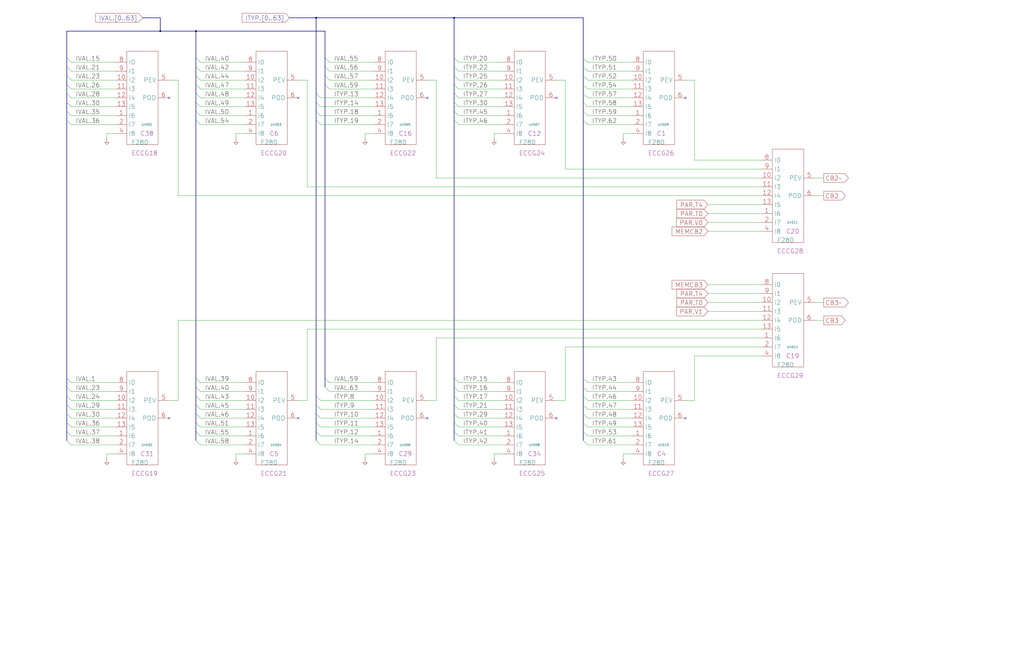
<source format=kicad_sch>
(kicad_sch (version 20220126) (generator eeschema)
  (paper "User" 584.2 378.46)
  (title_block (title "ERROR CHECKING & CORRECTION\\nCHECK BITS 2 & 3") (date "22-SEP-90") (rev "2.0") (comment 1 "IOC") (comment 2 "232-003061") (comment 3 "S400") (comment 4 "RELEASED"))
  (lib_symbols
    (symbol "r1000:F280" (pin_names (offset 1.016))
      (property "Reference" "U" (at 2.54 5.08 0))
      (property "Value" "F280" (at -6.35 -5.08 0))
      (property "Location" "___" (at -1.27 0 0))
      (property "Name" "______" (at 1.27 -12.7 0))
      (symbol "F280_1_1"
        (rectangle (start -8.89 46.99) (end 8.89 -6.35))
        (pin input line (at -15.24 10.16 0) (length 6.35) (name "I6") (number "1"))
        (pin input line (at -15.24 30.48 0) (length 6.35) (name "I2") (number "10"))
        (pin input line (at -15.24 25.4 0) (length 6.35) (name "I3") (number "11"))
        (pin input line (at -15.24 20.32 0) (length 6.35) (name "I4") (number "12"))
        (pin input line (at -15.24 15.24 0) (length 6.35) (name "I5") (number "13"))
        (pin input line (at -15.24 5.08 0) (length 6.35) (name "I7") (number "2"))
        (pin input line (at -15.24 0 0) (length 6.35) (name "I8") (number "4"))
        (pin output line (at 15.24 30.48 180) (length 6.35) (name "PEV") (number "5"))
        (pin output line (at 15.24 20.32 180) (length 6.35) (name "POD") (number "6"))
        (pin input line (at -15.24 40.64 0) (length 6.35) (name "I0") (number "8"))
        (pin input line (at -15.24 35.56 0) (length 6.35) (name "I1") (number "9"))
      )
    )
    (symbol "r1000:PD" (power) (pin_numbers hide) (pin_names hide) (in_bom no)
      (symbol "PD_0_1"
        (polyline (pts (xy 0 -2.54) (xy 1.27 -2.54) (xy 0 -3.81) (xy -1.27 -2.54) (xy 0 -2.54)) (stroke (width 0.1524)))
      )
      (symbol "PD_1_1"
        (pin power_in line (at 0 0 270) (length 2.54) (name "PD") (number "1"))
      )
    )
  )
  (bus (pts (xy 111.76 17.78) (xy 111.76 33.02)))
  (bus (pts (xy 111.76 17.78) (xy 185.42 17.78)))
  (bus (pts (xy 111.76 215.9) (xy 111.76 220.98)))
  (bus (pts (xy 111.76 220.98) (xy 111.76 226.06)))
  (bus (pts (xy 111.76 226.06) (xy 111.76 231.14)))
  (bus (pts (xy 111.76 231.14) (xy 111.76 236.22)))
  (bus (pts (xy 111.76 236.22) (xy 111.76 241.3)))
  (bus (pts (xy 111.76 241.3) (xy 111.76 246.38)))
  (bus (pts (xy 111.76 246.38) (xy 111.76 251.46)))
  (bus (pts (xy 111.76 33.02) (xy 111.76 38.1)))
  (bus (pts (xy 111.76 38.1) (xy 111.76 43.18)))
  (bus (pts (xy 111.76 43.18) (xy 111.76 48.26)))
  (bus (pts (xy 111.76 48.26) (xy 111.76 53.34)))
  (bus (pts (xy 111.76 53.34) (xy 111.76 58.42)))
  (bus (pts (xy 111.76 58.42) (xy 111.76 63.5)))
  (bus (pts (xy 111.76 63.5) (xy 111.76 68.58)))
  (bus (pts (xy 111.76 68.58) (xy 111.76 215.9)))
  (bus (pts (xy 165.1 10.16) (xy 180.34 10.16)))
  (bus (pts (xy 180.34 10.16) (xy 180.34 53.34)))
  (bus (pts (xy 180.34 10.16) (xy 259.08 10.16)))
  (bus (pts (xy 180.34 226.06) (xy 180.34 231.14)))
  (bus (pts (xy 180.34 231.14) (xy 180.34 236.22)))
  (bus (pts (xy 180.34 236.22) (xy 180.34 241.3)))
  (bus (pts (xy 180.34 241.3) (xy 180.34 246.38)))
  (bus (pts (xy 180.34 246.38) (xy 180.34 251.46)))
  (bus (pts (xy 180.34 53.34) (xy 180.34 58.42)))
  (bus (pts (xy 180.34 58.42) (xy 180.34 63.5)))
  (bus (pts (xy 180.34 63.5) (xy 180.34 68.58)))
  (bus (pts (xy 180.34 68.58) (xy 180.34 226.06)))
  (bus (pts (xy 185.42 17.78) (xy 185.42 33.02)))
  (bus (pts (xy 185.42 215.9) (xy 185.42 220.98)))
  (bus (pts (xy 185.42 33.02) (xy 185.42 38.1)))
  (bus (pts (xy 185.42 38.1) (xy 185.42 43.18)))
  (bus (pts (xy 185.42 43.18) (xy 185.42 48.26)))
  (bus (pts (xy 185.42 48.26) (xy 185.42 215.9)))
  (bus (pts (xy 259.08 10.16) (xy 259.08 33.02)))
  (bus (pts (xy 259.08 10.16) (xy 332.74 10.16)))
  (bus (pts (xy 259.08 215.9) (xy 259.08 220.98)))
  (bus (pts (xy 259.08 220.98) (xy 259.08 226.06)))
  (bus (pts (xy 259.08 226.06) (xy 259.08 231.14)))
  (bus (pts (xy 259.08 231.14) (xy 259.08 236.22)))
  (bus (pts (xy 259.08 236.22) (xy 259.08 241.3)))
  (bus (pts (xy 259.08 241.3) (xy 259.08 246.38)))
  (bus (pts (xy 259.08 246.38) (xy 259.08 251.46)))
  (bus (pts (xy 259.08 33.02) (xy 259.08 38.1)))
  (bus (pts (xy 259.08 38.1) (xy 259.08 43.18)))
  (bus (pts (xy 259.08 43.18) (xy 259.08 48.26)))
  (bus (pts (xy 259.08 48.26) (xy 259.08 53.34)))
  (bus (pts (xy 259.08 53.34) (xy 259.08 58.42)))
  (bus (pts (xy 259.08 58.42) (xy 259.08 63.5)))
  (bus (pts (xy 259.08 63.5) (xy 259.08 68.58)))
  (bus (pts (xy 259.08 68.58) (xy 259.08 215.9)))
  (bus (pts (xy 332.74 10.16) (xy 332.74 33.02)))
  (bus (pts (xy 332.74 215.9) (xy 332.74 220.98)))
  (bus (pts (xy 332.74 220.98) (xy 332.74 226.06)))
  (bus (pts (xy 332.74 226.06) (xy 332.74 231.14)))
  (bus (pts (xy 332.74 231.14) (xy 332.74 236.22)))
  (bus (pts (xy 332.74 236.22) (xy 332.74 241.3)))
  (bus (pts (xy 332.74 241.3) (xy 332.74 246.38)))
  (bus (pts (xy 332.74 246.38) (xy 332.74 251.46)))
  (bus (pts (xy 332.74 33.02) (xy 332.74 38.1)))
  (bus (pts (xy 332.74 38.1) (xy 332.74 43.18)))
  (bus (pts (xy 332.74 43.18) (xy 332.74 48.26)))
  (bus (pts (xy 332.74 48.26) (xy 332.74 53.34)))
  (bus (pts (xy 332.74 53.34) (xy 332.74 58.42)))
  (bus (pts (xy 332.74 58.42) (xy 332.74 63.5)))
  (bus (pts (xy 332.74 63.5) (xy 332.74 68.58)))
  (bus (pts (xy 332.74 68.58) (xy 332.74 215.9)))
  (bus (pts (xy 38.1 17.78) (xy 38.1 33.02)))
  (bus (pts (xy 38.1 17.78) (xy 91.44 17.78)))
  (bus (pts (xy 38.1 215.9) (xy 38.1 220.98)))
  (bus (pts (xy 38.1 220.98) (xy 38.1 226.06)))
  (bus (pts (xy 38.1 226.06) (xy 38.1 231.14)))
  (bus (pts (xy 38.1 231.14) (xy 38.1 236.22)))
  (bus (pts (xy 38.1 236.22) (xy 38.1 241.3)))
  (bus (pts (xy 38.1 241.3) (xy 38.1 246.38)))
  (bus (pts (xy 38.1 246.38) (xy 38.1 251.46)))
  (bus (pts (xy 38.1 33.02) (xy 38.1 38.1)))
  (bus (pts (xy 38.1 38.1) (xy 38.1 43.18)))
  (bus (pts (xy 38.1 43.18) (xy 38.1 48.26)))
  (bus (pts (xy 38.1 48.26) (xy 38.1 53.34)))
  (bus (pts (xy 38.1 53.34) (xy 38.1 58.42)))
  (bus (pts (xy 38.1 58.42) (xy 38.1 63.5)))
  (bus (pts (xy 38.1 63.5) (xy 38.1 68.58)))
  (bus (pts (xy 38.1 68.58) (xy 38.1 215.9)))
  (bus (pts (xy 81.28 10.16) (xy 91.44 10.16)))
  (bus (pts (xy 91.44 10.16) (xy 91.44 17.78)))
  (bus (pts (xy 91.44 17.78) (xy 111.76 17.78)))
  (wire (pts (xy 101.6 111.76) (xy 434.34 111.76)))
  (wire (pts (xy 101.6 182.88) (xy 101.6 228.6)))
  (wire (pts (xy 101.6 228.6) (xy 96.52 228.6)))
  (wire (pts (xy 101.6 45.72) (xy 101.6 111.76)))
  (wire (pts (xy 114.3 218.44) (xy 139.7 218.44)))
  (wire (pts (xy 114.3 223.52) (xy 139.7 223.52)))
  (wire (pts (xy 114.3 228.6) (xy 139.7 228.6)))
  (wire (pts (xy 114.3 233.68) (xy 139.7 233.68)))
  (wire (pts (xy 114.3 238.76) (xy 139.7 238.76)))
  (wire (pts (xy 114.3 243.84) (xy 139.7 243.84)))
  (wire (pts (xy 114.3 248.92) (xy 139.7 248.92)))
  (wire (pts (xy 114.3 254) (xy 139.7 254)))
  (wire (pts (xy 114.3 35.56) (xy 139.7 35.56)))
  (wire (pts (xy 114.3 40.64) (xy 139.7 40.64)))
  (wire (pts (xy 114.3 45.72) (xy 139.7 45.72)))
  (wire (pts (xy 114.3 50.8) (xy 139.7 50.8)))
  (wire (pts (xy 114.3 55.88) (xy 139.7 55.88)))
  (wire (pts (xy 114.3 60.96) (xy 139.7 60.96)))
  (wire (pts (xy 114.3 66.04) (xy 139.7 66.04)))
  (wire (pts (xy 114.3 71.12) (xy 139.7 71.12)))
  (wire (pts (xy 134.62 259.08) (xy 134.62 261.62)))
  (wire (pts (xy 134.62 76.2) (xy 134.62 78.74)))
  (wire (pts (xy 139.7 259.08) (xy 134.62 259.08)))
  (wire (pts (xy 139.7 76.2) (xy 134.62 76.2)))
  (wire (pts (xy 175.26 106.68) (xy 175.26 45.72)))
  (wire (pts (xy 175.26 187.96) (xy 175.26 228.6)))
  (wire (pts (xy 175.26 228.6) (xy 170.18 228.6)))
  (wire (pts (xy 175.26 45.72) (xy 170.18 45.72)))
  (wire (pts (xy 182.88 228.6) (xy 213.36 228.6)))
  (wire (pts (xy 182.88 233.68) (xy 213.36 233.68)))
  (wire (pts (xy 182.88 238.76) (xy 213.36 238.76)))
  (wire (pts (xy 182.88 243.84) (xy 213.36 243.84)))
  (wire (pts (xy 182.88 248.92) (xy 213.36 248.92)))
  (wire (pts (xy 182.88 254) (xy 213.36 254)))
  (wire (pts (xy 182.88 55.88) (xy 213.36 55.88)))
  (wire (pts (xy 182.88 60.96) (xy 213.36 60.96)))
  (wire (pts (xy 182.88 66.04) (xy 213.36 66.04)))
  (wire (pts (xy 182.88 71.12) (xy 213.36 71.12)))
  (wire (pts (xy 187.96 218.44) (xy 213.36 218.44)))
  (wire (pts (xy 187.96 223.52) (xy 213.36 223.52)))
  (wire (pts (xy 187.96 35.56) (xy 213.36 35.56)))
  (wire (pts (xy 187.96 40.64) (xy 213.36 40.64)))
  (wire (pts (xy 187.96 45.72) (xy 213.36 45.72)))
  (wire (pts (xy 187.96 50.8) (xy 213.36 50.8)))
  (wire (pts (xy 208.28 259.08) (xy 208.28 261.62)))
  (wire (pts (xy 208.28 76.2) (xy 208.28 78.74)))
  (wire (pts (xy 213.36 259.08) (xy 208.28 259.08)))
  (wire (pts (xy 213.36 76.2) (xy 208.28 76.2)))
  (wire (pts (xy 243.84 228.6) (xy 248.92 228.6)))
  (wire (pts (xy 243.84 45.72) (xy 248.92 45.72)))
  (wire (pts (xy 248.92 101.6) (xy 434.34 101.6)))
  (wire (pts (xy 248.92 193.04) (xy 434.34 193.04)))
  (wire (pts (xy 248.92 228.6) (xy 248.92 193.04)))
  (wire (pts (xy 248.92 45.72) (xy 248.92 101.6)))
  (wire (pts (xy 261.62 218.44) (xy 287.02 218.44)))
  (wire (pts (xy 261.62 223.52) (xy 287.02 223.52)))
  (wire (pts (xy 261.62 228.6) (xy 287.02 228.6)))
  (wire (pts (xy 261.62 233.68) (xy 287.02 233.68)))
  (wire (pts (xy 261.62 238.76) (xy 287.02 238.76)))
  (wire (pts (xy 261.62 243.84) (xy 287.02 243.84)))
  (wire (pts (xy 261.62 248.92) (xy 287.02 248.92)))
  (wire (pts (xy 261.62 254) (xy 287.02 254)))
  (wire (pts (xy 261.62 35.56) (xy 287.02 35.56)))
  (wire (pts (xy 261.62 40.64) (xy 287.02 40.64)))
  (wire (pts (xy 261.62 45.72) (xy 287.02 45.72)))
  (wire (pts (xy 261.62 50.8) (xy 287.02 50.8)))
  (wire (pts (xy 261.62 55.88) (xy 287.02 55.88)))
  (wire (pts (xy 261.62 60.96) (xy 287.02 60.96)))
  (wire (pts (xy 261.62 66.04) (xy 287.02 66.04)))
  (wire (pts (xy 261.62 71.12) (xy 287.02 71.12)))
  (wire (pts (xy 281.94 259.08) (xy 281.94 261.62)))
  (wire (pts (xy 281.94 76.2) (xy 281.94 78.74)))
  (wire (pts (xy 287.02 259.08) (xy 281.94 259.08)))
  (wire (pts (xy 287.02 76.2) (xy 281.94 76.2)))
  (wire (pts (xy 322.58 198.12) (xy 322.58 228.6)))
  (wire (pts (xy 322.58 228.6) (xy 317.5 228.6)))
  (wire (pts (xy 322.58 45.72) (xy 317.5 45.72)))
  (wire (pts (xy 322.58 96.52) (xy 322.58 45.72)))
  (wire (pts (xy 335.28 218.44) (xy 360.68 218.44)))
  (wire (pts (xy 335.28 223.52) (xy 360.68 223.52)))
  (wire (pts (xy 335.28 228.6) (xy 360.68 228.6)))
  (wire (pts (xy 335.28 233.68) (xy 360.68 233.68)))
  (wire (pts (xy 335.28 238.76) (xy 360.68 238.76)))
  (wire (pts (xy 335.28 243.84) (xy 360.68 243.84)))
  (wire (pts (xy 335.28 248.92) (xy 360.68 248.92)))
  (wire (pts (xy 335.28 254) (xy 360.68 254)))
  (wire (pts (xy 335.28 35.56) (xy 360.68 35.56)))
  (wire (pts (xy 335.28 40.64) (xy 360.68 40.64)))
  (wire (pts (xy 335.28 45.72) (xy 360.68 45.72)))
  (wire (pts (xy 335.28 50.8) (xy 360.68 50.8)))
  (wire (pts (xy 335.28 55.88) (xy 360.68 55.88)))
  (wire (pts (xy 335.28 60.96) (xy 360.68 60.96)))
  (wire (pts (xy 335.28 66.04) (xy 360.68 66.04)))
  (wire (pts (xy 335.28 71.12) (xy 360.68 71.12)))
  (wire (pts (xy 355.6 259.08) (xy 355.6 261.62)))
  (wire (pts (xy 355.6 76.2) (xy 355.6 78.74)))
  (wire (pts (xy 360.68 259.08) (xy 355.6 259.08)))
  (wire (pts (xy 360.68 76.2) (xy 355.6 76.2)))
  (wire (pts (xy 391.16 45.72) (xy 396.24 45.72)))
  (wire (pts (xy 396.24 203.2) (xy 396.24 228.6)))
  (wire (pts (xy 396.24 228.6) (xy 391.16 228.6)))
  (wire (pts (xy 396.24 45.72) (xy 396.24 91.44)))
  (wire (pts (xy 396.24 91.44) (xy 434.34 91.44)))
  (wire (pts (xy 40.64 218.44) (xy 66.04 218.44)))
  (wire (pts (xy 40.64 223.52) (xy 66.04 223.52)))
  (wire (pts (xy 40.64 228.6) (xy 66.04 228.6)))
  (wire (pts (xy 40.64 233.68) (xy 66.04 233.68)))
  (wire (pts (xy 40.64 238.76) (xy 66.04 238.76)))
  (wire (pts (xy 40.64 243.84) (xy 66.04 243.84)))
  (wire (pts (xy 40.64 248.92) (xy 66.04 248.92)))
  (wire (pts (xy 40.64 254) (xy 66.04 254)))
  (wire (pts (xy 40.64 35.56) (xy 66.04 35.56)))
  (wire (pts (xy 40.64 40.64) (xy 66.04 40.64)))
  (wire (pts (xy 40.64 45.72) (xy 66.04 45.72)))
  (wire (pts (xy 40.64 50.8) (xy 66.04 50.8)))
  (wire (pts (xy 40.64 55.88) (xy 66.04 55.88)))
  (wire (pts (xy 40.64 60.96) (xy 66.04 60.96)))
  (wire (pts (xy 40.64 66.04) (xy 66.04 66.04)))
  (wire (pts (xy 40.64 71.12) (xy 66.04 71.12)))
  (wire (pts (xy 403.86 116.84) (xy 434.34 116.84)))
  (wire (pts (xy 403.86 121.92) (xy 434.34 121.92)))
  (wire (pts (xy 403.86 127) (xy 434.34 127)))
  (wire (pts (xy 403.86 132.08) (xy 434.34 132.08)))
  (wire (pts (xy 403.86 162.56) (xy 434.34 162.56)))
  (wire (pts (xy 403.86 167.64) (xy 434.34 167.64)))
  (wire (pts (xy 403.86 172.72) (xy 434.34 172.72)))
  (wire (pts (xy 403.86 177.8) (xy 434.34 177.8)))
  (wire (pts (xy 434.34 106.68) (xy 175.26 106.68)))
  (wire (pts (xy 434.34 182.88) (xy 101.6 182.88)))
  (wire (pts (xy 434.34 187.96) (xy 175.26 187.96)))
  (wire (pts (xy 434.34 198.12) (xy 322.58 198.12)))
  (wire (pts (xy 434.34 203.2) (xy 396.24 203.2)))
  (wire (pts (xy 434.34 96.52) (xy 322.58 96.52)))
  (wire (pts (xy 464.82 101.6) (xy 469.9 101.6)))
  (wire (pts (xy 464.82 111.76) (xy 469.9 111.76)))
  (wire (pts (xy 464.82 172.72) (xy 469.9 172.72)))
  (wire (pts (xy 464.82 182.88) (xy 469.9 182.88)))
  (wire (pts (xy 60.96 259.08) (xy 60.96 261.62)))
  (wire (pts (xy 60.96 76.2) (xy 60.96 78.74)))
  (wire (pts (xy 66.04 259.08) (xy 60.96 259.08)))
  (wire (pts (xy 66.04 76.2) (xy 60.96 76.2)))
  (wire (pts (xy 96.52 45.72) (xy 101.6 45.72)))
  (bus_entry (at 38.1 33.02) (size 2.54 2.54))
  (bus_entry (at 38.1 38.1) (size 2.54 2.54))
  (bus_entry (at 38.1 43.18) (size 2.54 2.54))
  (bus_entry (at 38.1 48.26) (size 2.54 2.54))
  (bus_entry (at 38.1 53.34) (size 2.54 2.54))
  (bus_entry (at 38.1 58.42) (size 2.54 2.54))
  (bus_entry (at 38.1 63.5) (size 2.54 2.54))
  (bus_entry (at 38.1 68.58) (size 2.54 2.54))
  (bus_entry (at 38.1 215.9) (size 2.54 2.54))
  (bus_entry (at 38.1 220.98) (size 2.54 2.54))
  (bus_entry (at 38.1 226.06) (size 2.54 2.54))
  (bus_entry (at 38.1 231.14) (size 2.54 2.54))
  (bus_entry (at 38.1 236.22) (size 2.54 2.54))
  (bus_entry (at 38.1 241.3) (size 2.54 2.54))
  (bus_entry (at 38.1 246.38) (size 2.54 2.54))
  (bus_entry (at 38.1 251.46) (size 2.54 2.54))
  (label "IVAL.15" (at 43.18 35.56 0) (effects (font (size 2.54 2.54))))
  (label "IVAL.21" (at 43.18 40.64 0) (effects (font (size 2.54 2.54))))
  (label "IVAL.23" (at 43.18 45.72 0) (effects (font (size 2.54 2.54))))
  (label "IVAL.26" (at 43.18 50.8 0) (effects (font (size 2.54 2.54))))
  (label "IVAL.28" (at 43.18 55.88 0) (effects (font (size 2.54 2.54))))
  (label "IVAL.30" (at 43.18 60.96 0) (effects (font (size 2.54 2.54))))
  (label "IVAL.35" (at 43.18 66.04 0) (effects (font (size 2.54 2.54))))
  (label "IVAL.36" (at 43.18 71.12 0) (effects (font (size 2.54 2.54))))
  (label "IVAL.1" (at 43.18 218.44 0) (effects (font (size 2.54 2.54))))
  (label "IVAL.23" (at 43.18 223.52 0) (effects (font (size 2.54 2.54))))
  (label "IVAL.24" (at 43.18 228.6 0) (effects (font (size 2.54 2.54))))
  (label "IVAL.29" (at 43.18 233.68 0) (effects (font (size 2.54 2.54))))
  (label "IVAL.30" (at 43.18 238.76 0) (effects (font (size 2.54 2.54))))
  (label "IVAL.36" (at 43.18 243.84 0) (effects (font (size 2.54 2.54))))
  (label "IVAL.37" (at 43.18 248.92 0) (effects (font (size 2.54 2.54))))
  (label "IVAL.38" (at 43.18 254 0) (effects (font (size 2.54 2.54))))
  (symbol (lib_id "r1000:PD") (at 60.96 78.74 0) (unit 1) (in_bom no)
    (property "Reference" "#PWR04501" (effects hide))
    (property "Value" "PD" (effects hide))
  )
  (symbol (lib_id "r1000:PD") (at 60.96 261.62 0) (unit 1) (in_bom no)
    (property "Reference" "#PWR04502" (effects hide))
    (property "Value" "PD" (effects hide))
  )
  (global_label "IVAL.[0..63]" (shape input) (at 81.28 10.16 180) (effects (font (size 2.54 2.54))) (property "Intersheet References" "${INTERSHEET_REFS}" (at 54.5616 10.0013 0) (effects (font (size 1.905 1.905)) (justify right))))
  (symbol (lib_id "r1000:F280") (at 81.28 76.2 0) (unit 1)
    (property "Reference" "U4501" (at 83.82 71.12 0))
    (property "Value" "F280" (at 74.93 81.28 0) (effects (font (size 2.54 2.54)) (justify left)))
    (property "Location" "C38" (at 80.01 76.2 0) (effects (font (size 2.54 2.54)) (justify left)))
    (property "Name" "ECCG18" (at 82.55 88.9 0) (effects (font (size 2.54 2.54)) (justify bottom)))
  )
  (symbol (lib_id "r1000:F280") (at 81.28 259.08 0) (unit 1)
    (property "Reference" "U4502" (at 83.82 254 0))
    (property "Value" "F280" (at 74.93 264.16 0) (effects (font (size 2.54 2.54)) (justify left)))
    (property "Location" "C31" (at 80.01 259.08 0) (effects (font (size 2.54 2.54)) (justify left)))
    (property "Name" "ECCG19" (at 82.55 271.78 0) (effects (font (size 2.54 2.54)) (justify bottom)))
  )
  (junction (at 91.44 17.78))
  (no_connect (at 96.52 55.88))
  (no_connect (at 96.52 238.76))
  (junction (at 111.76 17.78))
  (bus_entry (at 111.76 33.02) (size 2.54 2.54))
  (bus_entry (at 111.76 38.1) (size 2.54 2.54))
  (bus_entry (at 111.76 43.18) (size 2.54 2.54))
  (bus_entry (at 111.76 48.26) (size 2.54 2.54))
  (bus_entry (at 111.76 53.34) (size 2.54 2.54))
  (bus_entry (at 111.76 58.42) (size 2.54 2.54))
  (bus_entry (at 111.76 63.5) (size 2.54 2.54))
  (bus_entry (at 111.76 68.58) (size 2.54 2.54))
  (bus_entry (at 111.76 215.9) (size 2.54 2.54))
  (bus_entry (at 111.76 220.98) (size 2.54 2.54))
  (bus_entry (at 111.76 226.06) (size 2.54 2.54))
  (bus_entry (at 111.76 231.14) (size 2.54 2.54))
  (bus_entry (at 111.76 236.22) (size 2.54 2.54))
  (bus_entry (at 111.76 241.3) (size 2.54 2.54))
  (bus_entry (at 111.76 246.38) (size 2.54 2.54))
  (bus_entry (at 111.76 251.46) (size 2.54 2.54))
  (label "IVAL.40" (at 116.84 35.56 0) (effects (font (size 2.54 2.54))))
  (label "IVAL.42" (at 116.84 40.64 0) (effects (font (size 2.54 2.54))))
  (label "IVAL.44" (at 116.84 45.72 0) (effects (font (size 2.54 2.54))))
  (label "IVAL.47" (at 116.84 50.8 0) (effects (font (size 2.54 2.54))))
  (label "IVAL.48" (at 116.84 55.88 0) (effects (font (size 2.54 2.54))))
  (label "IVAL.49" (at 116.84 60.96 0) (effects (font (size 2.54 2.54))))
  (label "IVAL.50" (at 116.84 66.04 0) (effects (font (size 2.54 2.54))))
  (label "IVAL.54" (at 116.84 71.12 0) (effects (font (size 2.54 2.54))))
  (label "IVAL.39" (at 116.84 218.44 0) (effects (font (size 2.54 2.54))))
  (label "IVAL.40" (at 116.84 223.52 0) (effects (font (size 2.54 2.54))))
  (label "IVAL.43" (at 116.84 228.6 0) (effects (font (size 2.54 2.54))))
  (label "IVAL.45" (at 116.84 233.68 0) (effects (font (size 2.54 2.54))))
  (label "IVAL.46" (at 116.84 238.76 0) (effects (font (size 2.54 2.54))))
  (label "IVAL.51" (at 116.84 243.84 0) (effects (font (size 2.54 2.54))))
  (label "IVAL.55" (at 116.84 248.92 0) (effects (font (size 2.54 2.54))))
  (label "IVAL.58" (at 116.84 254 0) (effects (font (size 2.54 2.54))))
  (symbol (lib_id "r1000:PD") (at 134.62 78.74 0) (unit 1) (in_bom no)
    (property "Reference" "#PWR04503" (effects hide))
    (property "Value" "PD" (effects hide))
  )
  (symbol (lib_id "r1000:PD") (at 134.62 261.62 0) (unit 1) (in_bom no)
    (property "Reference" "#PWR04504" (effects hide))
    (property "Value" "PD" (effects hide))
  )
  (symbol (lib_id "r1000:F280") (at 154.94 76.2 0) (unit 1)
    (property "Reference" "U4503" (at 157.48 71.12 0))
    (property "Value" "F280" (at 148.59 81.28 0) (effects (font (size 2.54 2.54)) (justify left)))
    (property "Location" "C6" (at 153.67 76.2 0) (effects (font (size 2.54 2.54)) (justify left)))
    (property "Name" "ECCG20" (at 156.21 88.9 0) (effects (font (size 2.54 2.54)) (justify bottom)))
  )
  (symbol (lib_id "r1000:F280") (at 154.94 259.08 0) (unit 1)
    (property "Reference" "U4504" (at 157.48 254 0))
    (property "Value" "F280" (at 148.59 264.16 0) (effects (font (size 2.54 2.54)) (justify left)))
    (property "Location" "C5" (at 153.67 259.08 0) (effects (font (size 2.54 2.54)) (justify left)))
    (property "Name" "ECCG21" (at 156.21 271.78 0) (effects (font (size 2.54 2.54)) (justify bottom)))
  )
  (global_label "ITYP.[0..63]" (shape input) (at 165.1 10.16 180) (effects (font (size 2.54 2.54))) (property "Intersheet References" "${INTERSHEET_REFS}" (at 138.1397 10.0013 0) (effects (font (size 1.905 1.905)) (justify right))))
  (no_connect (at 170.18 55.88))
  (no_connect (at 170.18 238.76))
  (junction (at 180.34 10.16))
  (bus_entry (at 180.34 53.34) (size 2.54 2.54))
  (bus_entry (at 180.34 58.42) (size 2.54 2.54))
  (bus_entry (at 180.34 63.5) (size 2.54 2.54))
  (bus_entry (at 180.34 68.58) (size 2.54 2.54))
  (bus_entry (at 180.34 226.06) (size 2.54 2.54))
  (bus_entry (at 180.34 231.14) (size 2.54 2.54))
  (bus_entry (at 180.34 236.22) (size 2.54 2.54))
  (bus_entry (at 180.34 241.3) (size 2.54 2.54))
  (bus_entry (at 180.34 246.38) (size 2.54 2.54))
  (bus_entry (at 180.34 251.46) (size 2.54 2.54))
  (bus_entry (at 185.42 33.02) (size 2.54 2.54))
  (bus_entry (at 185.42 38.1) (size 2.54 2.54))
  (bus_entry (at 185.42 43.18) (size 2.54 2.54))
  (bus_entry (at 185.42 48.26) (size 2.54 2.54))
  (bus_entry (at 185.42 215.9) (size 2.54 2.54))
  (bus_entry (at 185.42 220.98) (size 2.54 2.54))
  (label "IVAL.55" (at 190.5 35.56 0) (effects (font (size 2.54 2.54))))
  (label "IVAL.56" (at 190.5 40.64 0) (effects (font (size 2.54 2.54))))
  (label "IVAL.57" (at 190.5 45.72 0) (effects (font (size 2.54 2.54))))
  (label "IVAL.59" (at 190.5 50.8 0) (effects (font (size 2.54 2.54))))
  (label "ITYP.13" (at 190.5 55.88 0) (effects (font (size 2.54 2.54))))
  (label "ITYP.14" (at 190.5 60.96 0) (effects (font (size 2.54 2.54))))
  (label "ITYP.18" (at 190.5 66.04 0) (effects (font (size 2.54 2.54))))
  (label "ITYP.19" (at 190.5 71.12 0) (effects (font (size 2.54 2.54))))
  (label "IVAL.59" (at 190.5 218.44 0) (effects (font (size 2.54 2.54))))
  (label "IVAL.63" (at 190.5 223.52 0) (effects (font (size 2.54 2.54))))
  (label "ITYP.8" (at 190.5 228.6 0) (effects (font (size 2.54 2.54))))
  (label "ITYP.9" (at 190.5 233.68 0) (effects (font (size 2.54 2.54))))
  (label "ITYP.10" (at 190.5 238.76 0) (effects (font (size 2.54 2.54))))
  (label "ITYP.11" (at 190.5 243.84 0) (effects (font (size 2.54 2.54))))
  (label "ITYP.12" (at 190.5 248.92 0) (effects (font (size 2.54 2.54))))
  (label "ITYP.14" (at 190.5 254 0) (effects (font (size 2.54 2.54))))
  (symbol (lib_id "r1000:PD") (at 208.28 78.74 0) (unit 1) (in_bom no)
    (property "Reference" "#PWR04505" (effects hide))
    (property "Value" "PD" (effects hide))
  )
  (symbol (lib_id "r1000:PD") (at 208.28 261.62 0) (unit 1) (in_bom no)
    (property "Reference" "#PWR04506" (effects hide))
    (property "Value" "PD" (effects hide))
  )
  (symbol (lib_id "r1000:F280") (at 228.6 76.2 0) (unit 1)
    (property "Reference" "U4505" (at 231.14 71.12 0))
    (property "Value" "F280" (at 222.25 81.28 0) (effects (font (size 2.54 2.54)) (justify left)))
    (property "Location" "C16" (at 227.33 76.2 0) (effects (font (size 2.54 2.54)) (justify left)))
    (property "Name" "ECCG22" (at 229.87 88.9 0) (effects (font (size 2.54 2.54)) (justify bottom)))
  )
  (symbol (lib_id "r1000:F280") (at 228.6 259.08 0) (unit 1)
    (property "Reference" "U4506" (at 231.14 254 0))
    (property "Value" "F280" (at 222.25 264.16 0) (effects (font (size 2.54 2.54)) (justify left)))
    (property "Location" "C29" (at 227.33 259.08 0) (effects (font (size 2.54 2.54)) (justify left)))
    (property "Name" "ECCG23" (at 229.87 271.78 0) (effects (font (size 2.54 2.54)) (justify bottom)))
  )
  (no_connect (at 243.84 55.88))
  (no_connect (at 243.84 238.76))
  (junction (at 259.08 10.16))
  (bus_entry (at 259.08 33.02) (size 2.54 2.54))
  (bus_entry (at 259.08 38.1) (size 2.54 2.54))
  (bus_entry (at 259.08 43.18) (size 2.54 2.54))
  (bus_entry (at 259.08 48.26) (size 2.54 2.54))
  (bus_entry (at 259.08 53.34) (size 2.54 2.54))
  (bus_entry (at 259.08 58.42) (size 2.54 2.54))
  (bus_entry (at 259.08 63.5) (size 2.54 2.54))
  (bus_entry (at 259.08 68.58) (size 2.54 2.54))
  (bus_entry (at 259.08 215.9) (size 2.54 2.54))
  (bus_entry (at 259.08 220.98) (size 2.54 2.54))
  (bus_entry (at 259.08 226.06) (size 2.54 2.54))
  (bus_entry (at 259.08 231.14) (size 2.54 2.54))
  (bus_entry (at 259.08 236.22) (size 2.54 2.54))
  (bus_entry (at 259.08 241.3) (size 2.54 2.54))
  (bus_entry (at 259.08 246.38) (size 2.54 2.54))
  (bus_entry (at 259.08 251.46) (size 2.54 2.54))
  (label "ITYP.20" (at 264.16 35.56 0) (effects (font (size 2.54 2.54))))
  (label "ITYP.22" (at 264.16 40.64 0) (effects (font (size 2.54 2.54))))
  (label "ITYP.25" (at 264.16 45.72 0) (effects (font (size 2.54 2.54))))
  (label "ITYP.26" (at 264.16 50.8 0) (effects (font (size 2.54 2.54))))
  (label "ITYP.27" (at 264.16 55.88 0) (effects (font (size 2.54 2.54))))
  (label "ITYP.30" (at 264.16 60.96 0) (effects (font (size 2.54 2.54))))
  (label "ITYP.45" (at 264.16 66.04 0) (effects (font (size 2.54 2.54))))
  (label "ITYP.46" (at 264.16 71.12 0) (effects (font (size 2.54 2.54))))
  (label "ITYP.15" (at 264.16 218.44 0) (effects (font (size 2.54 2.54))))
  (label "ITYP.16" (at 264.16 223.52 0) (effects (font (size 2.54 2.54))))
  (label "ITYP.17" (at 264.16 228.6 0) (effects (font (size 2.54 2.54))))
  (label "ITYP.21" (at 264.16 233.68 0) (effects (font (size 2.54 2.54))))
  (label "ITYP.29" (at 264.16 238.76 0) (effects (font (size 2.54 2.54))))
  (label "ITYP.40" (at 264.16 243.84 0) (effects (font (size 2.54 2.54))))
  (label "ITYP.41" (at 264.16 248.92 0) (effects (font (size 2.54 2.54))))
  (label "ITYP.42" (at 264.16 254 0) (effects (font (size 2.54 2.54))))
  (symbol (lib_id "r1000:PD") (at 281.94 78.74 0) (unit 1) (in_bom no)
    (property "Reference" "#PWR04507" (effects hide))
    (property "Value" "PD" (effects hide))
  )
  (symbol (lib_id "r1000:PD") (at 281.94 261.62 0) (unit 1) (in_bom no)
    (property "Reference" "#PWR04508" (effects hide))
    (property "Value" "PD" (effects hide))
  )
  (symbol (lib_id "r1000:F280") (at 302.26 76.2 0) (unit 1)
    (property "Reference" "U4507" (at 304.8 71.12 0))
    (property "Value" "F280" (at 295.91 81.28 0) (effects (font (size 2.54 2.54)) (justify left)))
    (property "Location" "C12" (at 300.99 76.2 0) (effects (font (size 2.54 2.54)) (justify left)))
    (property "Name" "ECCG24" (at 303.53 88.9 0) (effects (font (size 2.54 2.54)) (justify bottom)))
  )
  (symbol (lib_id "r1000:F280") (at 302.26 259.08 0) (unit 1)
    (property "Reference" "U4508" (at 304.8 254 0))
    (property "Value" "F280" (at 295.91 264.16 0) (effects (font (size 2.54 2.54)) (justify left)))
    (property "Location" "C34" (at 300.99 259.08 0) (effects (font (size 2.54 2.54)) (justify left)))
    (property "Name" "ECCG25" (at 303.53 271.78 0) (effects (font (size 2.54 2.54)) (justify bottom)))
  )
  (no_connect (at 317.5 55.88))
  (no_connect (at 317.5 238.76))
  (bus_entry (at 332.74 33.02) (size 2.54 2.54))
  (bus_entry (at 332.74 38.1) (size 2.54 2.54))
  (bus_entry (at 332.74 43.18) (size 2.54 2.54))
  (bus_entry (at 332.74 48.26) (size 2.54 2.54))
  (bus_entry (at 332.74 53.34) (size 2.54 2.54))
  (bus_entry (at 332.74 58.42) (size 2.54 2.54))
  (bus_entry (at 332.74 63.5) (size 2.54 2.54))
  (bus_entry (at 332.74 68.58) (size 2.54 2.54))
  (bus_entry (at 332.74 215.9) (size 2.54 2.54))
  (bus_entry (at 332.74 220.98) (size 2.54 2.54))
  (bus_entry (at 332.74 226.06) (size 2.54 2.54))
  (bus_entry (at 332.74 231.14) (size 2.54 2.54))
  (bus_entry (at 332.74 236.22) (size 2.54 2.54))
  (bus_entry (at 332.74 241.3) (size 2.54 2.54))
  (bus_entry (at 332.74 246.38) (size 2.54 2.54))
  (bus_entry (at 332.74 251.46) (size 2.54 2.54))
  (label "ITYP.50" (at 337.82 35.56 0) (effects (font (size 2.54 2.54))))
  (label "ITYP.51" (at 337.82 40.64 0) (effects (font (size 2.54 2.54))))
  (label "ITYP.52" (at 337.82 45.72 0) (effects (font (size 2.54 2.54))))
  (label "ITYP.54" (at 337.82 50.8 0) (effects (font (size 2.54 2.54))))
  (label "ITYP.57" (at 337.82 55.88 0) (effects (font (size 2.54 2.54))))
  (label "ITYP.58" (at 337.82 60.96 0) (effects (font (size 2.54 2.54))))
  (label "ITYP.59" (at 337.82 66.04 0) (effects (font (size 2.54 2.54))))
  (label "ITYP.62" (at 337.82 71.12 0) (effects (font (size 2.54 2.54))))
  (label "ITYP.43" (at 337.82 218.44 0) (effects (font (size 2.54 2.54))))
  (label "ITYP.44" (at 337.82 223.52 0) (effects (font (size 2.54 2.54))))
  (label "ITYP.46" (at 337.82 228.6 0) (effects (font (size 2.54 2.54))))
  (label "ITYP.47" (at 337.82 233.68 0) (effects (font (size 2.54 2.54))))
  (label "ITYP.48" (at 337.82 238.76 0) (effects (font (size 2.54 2.54))))
  (label "ITYP.49" (at 337.82 243.84 0) (effects (font (size 2.54 2.54))))
  (label "ITYP.53" (at 337.82 248.92 0) (effects (font (size 2.54 2.54))))
  (label "ITYP.61" (at 337.82 254 0) (effects (font (size 2.54 2.54))))
  (symbol (lib_id "r1000:PD") (at 355.6 78.74 0) (unit 1) (in_bom no)
    (property "Reference" "#PWR04509" (effects hide))
    (property "Value" "PD" (effects hide))
  )
  (symbol (lib_id "r1000:PD") (at 355.6 261.62 0) (unit 1) (in_bom no)
    (property "Reference" "#PWR04510" (effects hide))
    (property "Value" "PD" (effects hide))
  )
  (symbol (lib_id "r1000:F280") (at 375.92 76.2 0) (unit 1)
    (property "Reference" "U4509" (at 378.46 71.12 0))
    (property "Value" "F280" (at 369.57 81.28 0) (effects (font (size 2.54 2.54)) (justify left)))
    (property "Location" "C1" (at 374.65 76.2 0) (effects (font (size 2.54 2.54)) (justify left)))
    (property "Name" "ECCG26" (at 377.19 88.9 0) (effects (font (size 2.54 2.54)) (justify bottom)))
  )
  (symbol (lib_id "r1000:F280") (at 375.92 259.08 0) (unit 1)
    (property "Reference" "U4510" (at 378.46 254 0))
    (property "Value" "F280" (at 369.57 264.16 0) (effects (font (size 2.54 2.54)) (justify left)))
    (property "Location" "C4" (at 374.65 259.08 0) (effects (font (size 2.54 2.54)) (justify left)))
    (property "Name" "ECCG27" (at 377.19 271.78 0) (effects (font (size 2.54 2.54)) (justify bottom)))
  )
  (no_connect (at 391.16 55.88))
  (no_connect (at 391.16 238.76))
  (global_label "PAR.T4" (shape input) (at 403.86 116.84 180) (effects (font (size 2.54 2.54))) (property "Intersheet References" "${INTERSHEET_REFS}" (at 386.213 116.6813 0) (effects (font (size 1.905 1.905)) (justify right))))
  (global_label "PAR.T0" (shape input) (at 403.86 121.92 180) (effects (font (size 2.54 2.54))) (property "Intersheet References" "${INTERSHEET_REFS}" (at 386.213 121.7613 0) (effects (font (size 1.905 1.905)) (justify right))))
  (global_label "PAR.V0" (shape input) (at 403.86 127 180) (effects (font (size 2.54 2.54))) (property "Intersheet References" "${INTERSHEET_REFS}" (at 385.9711 126.8413 0) (effects (font (size 1.905 1.905)) (justify right))))
  (global_label "MEMCB2" (shape input) (at 403.86 132.08 180) (effects (font (size 2.54 2.54))) (property "Intersheet References" "${INTERSHEET_REFS}" (at 383.4311 131.9213 0) (effects (font (size 1.905 1.905)) (justify right))))
  (global_label "MEMCB3" (shape input) (at 403.86 162.56 180) (effects (font (size 2.54 2.54))) (property "Intersheet References" "${INTERSHEET_REFS}" (at 383.4311 162.4013 0) (effects (font (size 1.905 1.905)) (justify right))))
  (global_label "PAR.T4" (shape input) (at 403.86 167.64 180) (effects (font (size 2.54 2.54))) (property "Intersheet References" "${INTERSHEET_REFS}" (at 386.213 167.4813 0) (effects (font (size 1.905 1.905)) (justify right))))
  (global_label "PAR.T0" (shape input) (at 403.86 172.72 180) (effects (font (size 2.54 2.54))) (property "Intersheet References" "${INTERSHEET_REFS}" (at 386.213 172.5613 0) (effects (font (size 1.905 1.905)) (justify right))))
  (global_label "PAR.V1" (shape input) (at 403.86 177.8 180) (effects (font (size 2.54 2.54))) (property "Intersheet References" "${INTERSHEET_REFS}" (at 385.9711 177.6413 0) (effects (font (size 1.905 1.905)) (justify right))))
  (symbol (lib_id "r1000:F280") (at 449.58 132.08 0) (unit 1)
    (property "Reference" "U4511" (at 452.12 127 0))
    (property "Value" "F280" (at 443.23 137.16 0) (effects (font (size 2.54 2.54)) (justify left)))
    (property "Location" "C20" (at 448.31 132.08 0) (effects (font (size 2.54 2.54)) (justify left)))
    (property "Name" "ECCG28" (at 450.85 144.78 0) (effects (font (size 2.54 2.54)) (justify bottom)))
  )
  (symbol (lib_id "r1000:F280") (at 449.58 203.2 0) (unit 1)
    (property "Reference" "U4512" (at 452.12 198.12 0))
    (property "Value" "F280" (at 443.23 208.28 0) (effects (font (size 2.54 2.54)) (justify left)))
    (property "Location" "C19" (at 448.31 203.2 0) (effects (font (size 2.54 2.54)) (justify left)))
    (property "Name" "ECCG29" (at 450.85 215.9 0) (effects (font (size 2.54 2.54)) (justify bottom)))
  )
  (global_label "CB2~" (shape output) (at 469.9 101.6 0) (effects (font (size 2.54 2.54))) (property "Intersheet References" "${INTERSHEET_REFS}" (at 484.0393 101.4413 0) (effects (font (size 1.905 1.905)) (justify left))))
  (global_label "CB2" (shape output) (at 469.9 111.76 0) (effects (font (size 2.54 2.54))) (property "Intersheet References" "${INTERSHEET_REFS}" (at 482.225 111.6013 0) (effects (font (size 1.905 1.905)) (justify left))))
  (global_label "CB3~" (shape output) (at 469.9 172.72 0) (effects (font (size 2.54 2.54))) (property "Intersheet References" "${INTERSHEET_REFS}" (at 484.0393 172.5613 0) (effects (font (size 1.905 1.905)) (justify left))))
  (global_label "CB3" (shape output) (at 469.9 182.88 0) (effects (font (size 2.54 2.54))) (property "Intersheet References" "${INTERSHEET_REFS}" (at 482.225 182.7213 0) (effects (font (size 1.905 1.905)) (justify left))))
)
</source>
